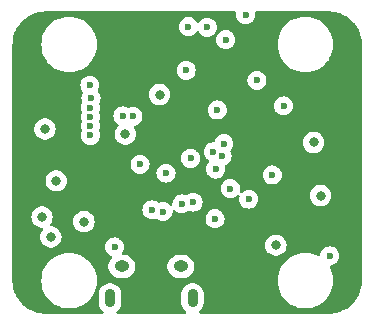
<source format=gbr>
%TF.GenerationSoftware,KiCad,Pcbnew,8.0.6*%
%TF.CreationDate,2025-01-28T20:51:36+01:00*%
%TF.ProjectId,Flight controller goated,466c6967-6874-4206-936f-6e74726f6c6c,rev?*%
%TF.SameCoordinates,Original*%
%TF.FileFunction,Copper,L2,Inr*%
%TF.FilePolarity,Positive*%
%FSLAX46Y46*%
G04 Gerber Fmt 4.6, Leading zero omitted, Abs format (unit mm)*
G04 Created by KiCad (PCBNEW 8.0.6) date 2025-01-28 20:51:36*
%MOMM*%
%LPD*%
G01*
G04 APERTURE LIST*
%TA.AperFunction,ComponentPad*%
%ADD10O,0.890000X1.550000*%
%TD*%
%TA.AperFunction,ComponentPad*%
%ADD11O,1.250000X0.950000*%
%TD*%
%TA.AperFunction,ViaPad*%
%ADD12C,0.800000*%
%TD*%
%TA.AperFunction,ViaPad*%
%ADD13C,0.600000*%
%TD*%
%ADD14C,0.350000*%
%ADD15C,0.300000*%
%ADD16O,0.500000X1.150000*%
%ADD17O,0.850000X0.550000*%
G04 APERTURE END LIST*
D10*
%TO.N,GND*%
%TO.C,J1*%
X76450000Y-114500000D03*
D11*
X77450000Y-111800000D03*
X82450000Y-111800000D03*
D10*
X83450000Y-114500000D03*
%TD*%
D12*
%TO.N,GND*%
X80650000Y-97250000D03*
D13*
X83275000Y-102650000D03*
X91150000Y-98200000D03*
X85350000Y-107750000D03*
D12*
X77750000Y-100600000D03*
X71904310Y-104550000D03*
D13*
X86250000Y-92600000D03*
D12*
X71450000Y-109300000D03*
X94299327Y-105797501D03*
%TO.N,VBAT*%
X70700000Y-107600000D03*
X90500000Y-110000000D03*
%TO.N,5Vbuck*%
X70950000Y-100150000D03*
X74250000Y-108000000D03*
D13*
%TO.N,3V3*%
X80900000Y-108250000D03*
X87850000Y-113400000D03*
X83200000Y-110250000D03*
X76500000Y-91850000D03*
X91050000Y-102000000D03*
X88800000Y-93400000D03*
%TO.N,VBAT_detect*%
X85950000Y-102450000D03*
X88200000Y-106100000D03*
%TO.N,NRST*%
X85550000Y-98550000D03*
%TO.N,LED0*%
X88900000Y-96050000D03*
%TO.N,M3*%
X74800000Y-99150000D03*
%TO.N,M1*%
X74800000Y-100700000D03*
%TO.N,M2*%
X74800000Y-99900000D03*
%TO.N,CURR*%
X74850000Y-97550000D03*
X86100000Y-101400000D03*
%TO.N,UART5_RX*%
X74750000Y-96460000D03*
%TO.N,M4*%
X74800000Y-98350000D03*
%TO.N,UART2_RX*%
X86650000Y-105200000D03*
%TO.N,UART2_TX*%
X90200000Y-104050000D03*
%TO.N,usb-D-*%
X77550000Y-99050000D03*
X80000000Y-107000000D03*
%TO.N,usb-D+*%
X78400000Y-99100000D03*
X80950000Y-107150000D03*
%TO.N,BOOT*%
X87950000Y-90500000D03*
%TO.N,UART1_TX*%
X83100000Y-91500000D03*
%TO.N,UART1_RX*%
X84700000Y-91550000D03*
%TO.N,SPI2_SDO*%
X76840452Y-110150000D03*
X79000000Y-103150000D03*
%TO.N,INT_GYRO*%
X85200000Y-102100000D03*
%TO.N,CS_Gyro*%
X81200000Y-103900000D03*
%TO.N,SPI1_SCLK*%
X83500000Y-106350000D03*
%TO.N,SPI1_SDI*%
X82550000Y-106500000D03*
%TO.N,SPI1_SDO*%
X85400000Y-103550000D03*
D12*
%TO.N,12V*%
X93700000Y-101300000D03*
D13*
X95050000Y-110900000D03*
%TO.N,LED1*%
X82900000Y-95200000D03*
%TD*%
%TA.AperFunction,Conductor*%
%TO.N,3V3*%
G36*
X87106463Y-90220185D02*
G01*
X87152218Y-90272989D01*
X87162644Y-90338383D01*
X87144435Y-90499996D01*
X87144435Y-90500003D01*
X87164630Y-90679249D01*
X87164631Y-90679254D01*
X87224211Y-90849523D01*
X87268611Y-90920184D01*
X87320184Y-91002262D01*
X87447738Y-91129816D01*
X87516113Y-91172779D01*
X87560192Y-91200476D01*
X87600478Y-91225789D01*
X87667789Y-91249342D01*
X87770745Y-91285368D01*
X87770750Y-91285369D01*
X87949996Y-91305565D01*
X87950000Y-91305565D01*
X87950004Y-91305565D01*
X88129249Y-91285369D01*
X88129252Y-91285368D01*
X88129255Y-91285368D01*
X88299522Y-91225789D01*
X88452262Y-91129816D01*
X88579816Y-91002262D01*
X88675789Y-90849522D01*
X88735368Y-90679255D01*
X88737018Y-90664611D01*
X88755565Y-90500003D01*
X88755565Y-90499996D01*
X88737356Y-90338383D01*
X88749411Y-90269561D01*
X88796760Y-90218182D01*
X88860576Y-90200500D01*
X94960118Y-90200500D01*
X94996519Y-90200500D01*
X95003472Y-90200695D01*
X95306503Y-90217713D01*
X95320301Y-90219267D01*
X95616080Y-90269522D01*
X95629634Y-90272615D01*
X95766864Y-90312151D01*
X95917927Y-90355672D01*
X95931051Y-90360265D01*
X96208222Y-90475072D01*
X96220744Y-90481101D01*
X96423184Y-90592986D01*
X96483328Y-90626227D01*
X96495102Y-90633625D01*
X96538770Y-90664609D01*
X96739789Y-90807239D01*
X96750653Y-90815904D01*
X96759454Y-90823769D01*
X96974352Y-91015815D01*
X96984184Y-91025647D01*
X97125185Y-91183426D01*
X97163043Y-91225789D01*
X97184092Y-91249342D01*
X97192763Y-91260214D01*
X97366374Y-91504897D01*
X97373772Y-91516671D01*
X97518894Y-91779248D01*
X97524927Y-91791777D01*
X97639734Y-92068948D01*
X97644327Y-92082072D01*
X97727383Y-92370363D01*
X97730477Y-92383920D01*
X97780730Y-92679688D01*
X97782287Y-92693506D01*
X97799305Y-92996527D01*
X97799500Y-93003480D01*
X97799500Y-112996519D01*
X97799305Y-113003472D01*
X97782287Y-113306493D01*
X97780730Y-113320311D01*
X97730477Y-113616079D01*
X97727383Y-113629636D01*
X97644327Y-113917927D01*
X97639734Y-113931051D01*
X97524927Y-114208222D01*
X97518894Y-114220751D01*
X97373772Y-114483328D01*
X97366374Y-114495102D01*
X97192763Y-114739785D01*
X97184092Y-114750657D01*
X96984184Y-114974352D01*
X96974352Y-114984184D01*
X96750657Y-115184092D01*
X96739785Y-115192763D01*
X96495102Y-115366374D01*
X96483328Y-115373772D01*
X96220751Y-115518894D01*
X96208222Y-115524927D01*
X95931051Y-115639734D01*
X95917927Y-115644327D01*
X95629636Y-115727383D01*
X95616079Y-115730477D01*
X95320311Y-115780730D01*
X95306493Y-115782287D01*
X95003472Y-115799305D01*
X94996519Y-115799500D01*
X84109669Y-115799500D01*
X84042630Y-115779815D01*
X83996875Y-115727011D01*
X83986931Y-115657853D01*
X84015956Y-115594297D01*
X84040780Y-115572397D01*
X84046559Y-115568535D01*
X84052721Y-115564418D01*
X84184418Y-115432721D01*
X84287891Y-115277862D01*
X84359165Y-115105792D01*
X84395500Y-114923124D01*
X84395500Y-114076876D01*
X84395500Y-114076873D01*
X84395499Y-114076871D01*
X84390945Y-114053979D01*
X84359165Y-113894208D01*
X84287891Y-113722138D01*
X84287890Y-113722136D01*
X84287890Y-113722135D01*
X84184421Y-113567283D01*
X84184415Y-113567275D01*
X84052724Y-113435584D01*
X84052716Y-113435578D01*
X83897864Y-113332109D01*
X83725792Y-113260835D01*
X83725784Y-113260833D01*
X83543127Y-113224500D01*
X83543124Y-113224500D01*
X83356876Y-113224500D01*
X83356873Y-113224500D01*
X83174215Y-113260833D01*
X83174207Y-113260835D01*
X83002136Y-113332109D01*
X83002135Y-113332109D01*
X82847283Y-113435578D01*
X82847275Y-113435584D01*
X82715584Y-113567275D01*
X82715578Y-113567283D01*
X82612109Y-113722135D01*
X82612109Y-113722136D01*
X82540835Y-113894207D01*
X82540833Y-113894215D01*
X82504500Y-114076871D01*
X82504500Y-114923128D01*
X82540833Y-115105784D01*
X82540835Y-115105792D01*
X82612109Y-115277863D01*
X82612109Y-115277864D01*
X82715578Y-115432716D01*
X82715584Y-115432724D01*
X82847275Y-115564415D01*
X82847280Y-115564419D01*
X82859220Y-115572397D01*
X82904026Y-115626008D01*
X82912735Y-115695333D01*
X82882581Y-115758361D01*
X82823139Y-115795081D01*
X82790331Y-115799500D01*
X77109669Y-115799500D01*
X77042630Y-115779815D01*
X76996875Y-115727011D01*
X76986931Y-115657853D01*
X77015956Y-115594297D01*
X77040780Y-115572397D01*
X77046559Y-115568535D01*
X77052721Y-115564418D01*
X77184418Y-115432721D01*
X77287891Y-115277862D01*
X77359165Y-115105792D01*
X77395500Y-114923124D01*
X77395500Y-114076876D01*
X77395500Y-114076873D01*
X77395499Y-114076871D01*
X77390945Y-114053979D01*
X77359165Y-113894208D01*
X77287891Y-113722138D01*
X77287890Y-113722136D01*
X77287890Y-113722135D01*
X77184421Y-113567283D01*
X77184415Y-113567275D01*
X77052724Y-113435584D01*
X77052716Y-113435578D01*
X76897864Y-113332109D01*
X76725792Y-113260835D01*
X76725784Y-113260833D01*
X76543127Y-113224500D01*
X76543124Y-113224500D01*
X76356876Y-113224500D01*
X76356873Y-113224500D01*
X76174215Y-113260833D01*
X76174207Y-113260835D01*
X76002136Y-113332109D01*
X76002135Y-113332109D01*
X75847283Y-113435578D01*
X75847275Y-113435584D01*
X75715584Y-113567275D01*
X75715578Y-113567283D01*
X75612109Y-113722135D01*
X75612109Y-113722136D01*
X75540835Y-113894207D01*
X75540833Y-113894215D01*
X75504500Y-114076871D01*
X75504500Y-114923128D01*
X75540833Y-115105784D01*
X75540835Y-115105792D01*
X75612109Y-115277863D01*
X75612109Y-115277864D01*
X75715578Y-115432716D01*
X75715584Y-115432724D01*
X75847275Y-115564415D01*
X75847280Y-115564419D01*
X75859220Y-115572397D01*
X75904026Y-115626008D01*
X75912735Y-115695333D01*
X75882581Y-115758361D01*
X75823139Y-115795081D01*
X75790331Y-115799500D01*
X71003481Y-115799500D01*
X70996528Y-115799305D01*
X70693506Y-115782287D01*
X70679688Y-115780730D01*
X70383920Y-115730477D01*
X70370363Y-115727383D01*
X70082072Y-115644327D01*
X70068948Y-115639734D01*
X69791777Y-115524927D01*
X69779248Y-115518894D01*
X69516671Y-115373772D01*
X69504897Y-115366374D01*
X69260214Y-115192763D01*
X69249342Y-115184092D01*
X69240553Y-115176238D01*
X69161716Y-115105784D01*
X69025647Y-114984184D01*
X69015815Y-114974352D01*
X68815907Y-114750657D01*
X68807236Y-114739785D01*
X68754613Y-114665620D01*
X68633625Y-114495102D01*
X68626227Y-114483328D01*
X68481105Y-114220751D01*
X68475072Y-114208222D01*
X68360265Y-113931051D01*
X68355672Y-113917927D01*
X68272616Y-113629636D01*
X68269522Y-113616079D01*
X68238855Y-113435584D01*
X68219267Y-113320301D01*
X68217713Y-113306503D01*
X68200695Y-113003472D01*
X68200598Y-113000000D01*
X70644457Y-113000000D01*
X70664609Y-113307458D01*
X70664611Y-113307470D01*
X70724718Y-113609651D01*
X70724723Y-113609671D01*
X70823758Y-113901419D01*
X70823762Y-113901429D01*
X70960037Y-114177767D01*
X70960041Y-114177774D01*
X71131212Y-114433951D01*
X71131218Y-114433958D01*
X71131222Y-114433964D01*
X71184839Y-114495102D01*
X71334379Y-114665620D01*
X71442616Y-114760540D01*
X71566036Y-114868778D01*
X71566042Y-114868782D01*
X71566048Y-114868787D01*
X71822225Y-115039958D01*
X71822232Y-115039962D01*
X72098570Y-115176237D01*
X72098580Y-115176241D01*
X72390328Y-115275276D01*
X72390332Y-115275277D01*
X72390341Y-115275280D01*
X72692540Y-115335391D01*
X73000000Y-115355543D01*
X73307460Y-115335391D01*
X73609659Y-115275280D01*
X73636405Y-115266201D01*
X73901419Y-115176241D01*
X73901429Y-115176237D01*
X74177772Y-115039960D01*
X74433964Y-114868778D01*
X74665620Y-114665620D01*
X74868778Y-114433964D01*
X75039960Y-114177772D01*
X75176238Y-113901427D01*
X75200659Y-113829487D01*
X75275276Y-113609671D01*
X75275276Y-113609670D01*
X75275280Y-113609659D01*
X75335391Y-113307460D01*
X75355543Y-113000000D01*
X90644457Y-113000000D01*
X90664609Y-113307458D01*
X90664611Y-113307470D01*
X90724718Y-113609651D01*
X90724723Y-113609671D01*
X90823758Y-113901419D01*
X90823762Y-113901429D01*
X90960037Y-114177767D01*
X90960041Y-114177774D01*
X91131212Y-114433951D01*
X91131218Y-114433958D01*
X91131222Y-114433964D01*
X91184839Y-114495102D01*
X91334379Y-114665620D01*
X91442616Y-114760540D01*
X91566036Y-114868778D01*
X91566042Y-114868782D01*
X91566048Y-114868787D01*
X91822225Y-115039958D01*
X91822232Y-115039962D01*
X92098570Y-115176237D01*
X92098580Y-115176241D01*
X92390328Y-115275276D01*
X92390332Y-115275277D01*
X92390341Y-115275280D01*
X92692540Y-115335391D01*
X93000000Y-115355543D01*
X93307460Y-115335391D01*
X93609659Y-115275280D01*
X93636405Y-115266201D01*
X93901419Y-115176241D01*
X93901429Y-115176237D01*
X94177772Y-115039960D01*
X94433964Y-114868778D01*
X94665620Y-114665620D01*
X94868778Y-114433964D01*
X95039960Y-114177772D01*
X95176238Y-113901427D01*
X95200659Y-113829487D01*
X95275276Y-113609671D01*
X95275276Y-113609670D01*
X95275280Y-113609659D01*
X95335391Y-113307460D01*
X95355543Y-113000000D01*
X95335391Y-112692540D01*
X95275280Y-112390341D01*
X95176238Y-112098573D01*
X95064049Y-111871077D01*
X95052053Y-111802248D01*
X95079175Y-111737857D01*
X95136803Y-111698351D01*
X95161379Y-111693016D01*
X95229249Y-111685369D01*
X95229252Y-111685368D01*
X95229255Y-111685368D01*
X95399522Y-111625789D01*
X95552262Y-111529816D01*
X95679816Y-111402262D01*
X95775789Y-111249522D01*
X95835368Y-111079255D01*
X95848800Y-110960041D01*
X95855565Y-110900003D01*
X95855565Y-110899996D01*
X95835369Y-110720750D01*
X95835368Y-110720745D01*
X95775788Y-110550476D01*
X95679815Y-110397737D01*
X95552262Y-110270184D01*
X95399523Y-110174211D01*
X95229254Y-110114631D01*
X95229249Y-110114630D01*
X95050004Y-110094435D01*
X95049996Y-110094435D01*
X94870750Y-110114630D01*
X94870745Y-110114631D01*
X94700476Y-110174211D01*
X94547737Y-110270184D01*
X94420184Y-110397737D01*
X94324211Y-110550476D01*
X94264631Y-110720745D01*
X94264630Y-110720749D01*
X94254278Y-110812629D01*
X94227211Y-110877043D01*
X94169616Y-110916598D01*
X94099779Y-110918735D01*
X94076214Y-110909957D01*
X93901429Y-110823762D01*
X93901419Y-110823758D01*
X93609671Y-110724723D01*
X93609651Y-110724718D01*
X93307470Y-110664611D01*
X93307460Y-110664609D01*
X93000000Y-110644457D01*
X92692540Y-110664609D01*
X92692534Y-110664610D01*
X92692529Y-110664611D01*
X92390348Y-110724718D01*
X92390333Y-110724722D01*
X92098577Y-110823760D01*
X92098556Y-110823769D01*
X91822238Y-110960034D01*
X91822223Y-110960043D01*
X91566034Y-111131223D01*
X91334379Y-111334379D01*
X91131223Y-111566034D01*
X90960043Y-111822223D01*
X90960034Y-111822238D01*
X90823769Y-112098556D01*
X90823760Y-112098577D01*
X90724722Y-112390333D01*
X90724718Y-112390348D01*
X90664611Y-112692529D01*
X90664609Y-112692541D01*
X90644457Y-113000000D01*
X75355543Y-113000000D01*
X75335391Y-112692540D01*
X75275280Y-112390341D01*
X75176238Y-112098573D01*
X75176230Y-112098556D01*
X75039965Y-111822238D01*
X75039956Y-111822223D01*
X75026609Y-111802248D01*
X74868778Y-111566036D01*
X74824267Y-111515281D01*
X74665620Y-111334379D01*
X74542200Y-111226142D01*
X74433964Y-111131222D01*
X74433958Y-111131218D01*
X74433951Y-111131212D01*
X74177774Y-110960041D01*
X74177767Y-110960037D01*
X73901429Y-110823762D01*
X73901419Y-110823758D01*
X73609671Y-110724723D01*
X73609651Y-110724718D01*
X73307470Y-110664611D01*
X73307460Y-110664609D01*
X73000000Y-110644457D01*
X72692540Y-110664609D01*
X72692534Y-110664610D01*
X72692529Y-110664611D01*
X72390348Y-110724718D01*
X72390333Y-110724722D01*
X72098577Y-110823760D01*
X72098556Y-110823769D01*
X71822238Y-110960034D01*
X71822223Y-110960043D01*
X71566034Y-111131223D01*
X71334379Y-111334379D01*
X71131223Y-111566034D01*
X70960043Y-111822223D01*
X70960034Y-111822238D01*
X70823769Y-112098556D01*
X70823760Y-112098577D01*
X70724722Y-112390333D01*
X70724718Y-112390348D01*
X70664611Y-112692529D01*
X70664609Y-112692541D01*
X70644457Y-113000000D01*
X68200598Y-113000000D01*
X68200500Y-112996519D01*
X68200500Y-107600000D01*
X69794540Y-107600000D01*
X69814326Y-107788256D01*
X69814327Y-107788259D01*
X69872818Y-107968277D01*
X69872821Y-107968284D01*
X69967467Y-108132216D01*
X70075557Y-108252262D01*
X70094129Y-108272888D01*
X70247265Y-108384148D01*
X70247270Y-108384151D01*
X70420192Y-108461142D01*
X70420197Y-108461144D01*
X70605354Y-108500500D01*
X70605355Y-108500500D01*
X70679622Y-108500500D01*
X70746661Y-108520185D01*
X70792416Y-108572989D01*
X70802360Y-108642147D01*
X70773335Y-108705703D01*
X70771772Y-108707472D01*
X70717466Y-108767785D01*
X70622821Y-108931715D01*
X70622818Y-108931722D01*
X70568304Y-109099500D01*
X70564326Y-109111744D01*
X70544540Y-109300000D01*
X70564326Y-109488256D01*
X70564327Y-109488259D01*
X70622818Y-109668277D01*
X70622821Y-109668284D01*
X70717467Y-109832216D01*
X70842199Y-109970745D01*
X70844129Y-109972888D01*
X70997265Y-110084148D01*
X70997270Y-110084151D01*
X71170192Y-110161142D01*
X71170197Y-110161144D01*
X71355354Y-110200500D01*
X71355355Y-110200500D01*
X71544644Y-110200500D01*
X71544646Y-110200500D01*
X71729803Y-110161144D01*
X71754842Y-110149996D01*
X76034887Y-110149996D01*
X76034887Y-110150003D01*
X76055082Y-110329249D01*
X76055083Y-110329254D01*
X76114663Y-110499523D01*
X76199493Y-110634528D01*
X76210636Y-110652262D01*
X76338190Y-110779816D01*
X76490930Y-110875789D01*
X76560121Y-110900000D01*
X76566686Y-110902297D01*
X76623462Y-110943019D01*
X76649210Y-111007971D01*
X76635754Y-111076533D01*
X76613414Y-111107020D01*
X76542279Y-111178155D01*
X76435521Y-111337929D01*
X76435520Y-111337931D01*
X76361989Y-111515452D01*
X76361986Y-111515464D01*
X76324500Y-111703917D01*
X76324500Y-111896082D01*
X76361986Y-112084535D01*
X76361989Y-112084547D01*
X76435520Y-112262068D01*
X76435521Y-112262070D01*
X76542279Y-112421844D01*
X76542282Y-112421848D01*
X76678151Y-112557717D01*
X76678155Y-112557720D01*
X76837927Y-112664477D01*
X76837928Y-112664477D01*
X76837929Y-112664478D01*
X76837931Y-112664479D01*
X76978145Y-112722557D01*
X77015457Y-112738012D01*
X77203917Y-112775499D01*
X77203920Y-112775500D01*
X77203922Y-112775500D01*
X77696080Y-112775500D01*
X77696081Y-112775499D01*
X77884543Y-112738012D01*
X78062073Y-112664477D01*
X78221845Y-112557720D01*
X78357720Y-112421845D01*
X78464477Y-112262073D01*
X78538012Y-112084543D01*
X78575500Y-111896078D01*
X78575500Y-111703922D01*
X78575500Y-111703919D01*
X78575499Y-111703917D01*
X81324500Y-111703917D01*
X81324500Y-111896082D01*
X81361986Y-112084535D01*
X81361989Y-112084547D01*
X81435520Y-112262068D01*
X81435521Y-112262070D01*
X81542279Y-112421844D01*
X81542282Y-112421848D01*
X81678151Y-112557717D01*
X81678155Y-112557720D01*
X81837927Y-112664477D01*
X81837928Y-112664477D01*
X81837929Y-112664478D01*
X81837931Y-112664479D01*
X81978145Y-112722557D01*
X82015457Y-112738012D01*
X82203917Y-112775499D01*
X82203920Y-112775500D01*
X82203922Y-112775500D01*
X82696080Y-112775500D01*
X82696081Y-112775499D01*
X82884543Y-112738012D01*
X83062073Y-112664477D01*
X83221845Y-112557720D01*
X83357720Y-112421845D01*
X83464477Y-112262073D01*
X83538012Y-112084543D01*
X83575500Y-111896078D01*
X83575500Y-111703922D01*
X83575500Y-111703919D01*
X83575499Y-111703917D01*
X83559958Y-111625788D01*
X83538012Y-111515457D01*
X83538010Y-111515452D01*
X83464479Y-111337931D01*
X83464478Y-111337929D01*
X83357720Y-111178155D01*
X83357717Y-111178151D01*
X83221848Y-111042282D01*
X83221844Y-111042279D01*
X83062070Y-110935521D01*
X83062068Y-110935520D01*
X82884547Y-110861989D01*
X82884535Y-110861986D01*
X82696081Y-110824500D01*
X82696078Y-110824500D01*
X82203922Y-110824500D01*
X82203919Y-110824500D01*
X82015464Y-110861986D01*
X82015452Y-110861989D01*
X81837931Y-110935520D01*
X81837929Y-110935521D01*
X81678155Y-111042279D01*
X81678151Y-111042282D01*
X81542282Y-111178151D01*
X81542279Y-111178155D01*
X81435521Y-111337929D01*
X81435520Y-111337931D01*
X81361989Y-111515452D01*
X81361986Y-111515464D01*
X81324500Y-111703917D01*
X78575499Y-111703917D01*
X78559958Y-111625788D01*
X78538012Y-111515457D01*
X78538010Y-111515452D01*
X78464479Y-111337931D01*
X78464478Y-111337929D01*
X78357720Y-111178155D01*
X78357717Y-111178151D01*
X78221848Y-111042282D01*
X78221844Y-111042279D01*
X78062070Y-110935521D01*
X78062068Y-110935520D01*
X77884547Y-110861989D01*
X77884535Y-110861986D01*
X77696081Y-110824500D01*
X77696078Y-110824500D01*
X77586405Y-110824500D01*
X77519366Y-110804815D01*
X77473611Y-110752011D01*
X77463667Y-110682853D01*
X77481411Y-110634528D01*
X77566240Y-110499523D01*
X77566241Y-110499522D01*
X77625820Y-110329255D01*
X77640327Y-110200500D01*
X77646017Y-110150003D01*
X77646017Y-110149996D01*
X77629117Y-110000000D01*
X89594540Y-110000000D01*
X89614326Y-110188256D01*
X89614327Y-110188259D01*
X89672818Y-110368277D01*
X89672821Y-110368284D01*
X89767467Y-110532216D01*
X89868530Y-110644457D01*
X89894129Y-110672888D01*
X90047265Y-110784148D01*
X90047270Y-110784151D01*
X90220192Y-110861142D01*
X90220197Y-110861144D01*
X90405354Y-110900500D01*
X90405355Y-110900500D01*
X90594644Y-110900500D01*
X90594646Y-110900500D01*
X90779803Y-110861144D01*
X90952730Y-110784151D01*
X91105871Y-110672888D01*
X91232533Y-110532216D01*
X91327179Y-110368284D01*
X91385674Y-110188256D01*
X91405460Y-110000000D01*
X91385674Y-109811744D01*
X91327179Y-109631716D01*
X91232533Y-109467784D01*
X91105871Y-109327112D01*
X91105870Y-109327111D01*
X90952734Y-109215851D01*
X90952729Y-109215848D01*
X90779807Y-109138857D01*
X90779802Y-109138855D01*
X90634001Y-109107865D01*
X90594646Y-109099500D01*
X90405354Y-109099500D01*
X90372897Y-109106398D01*
X90220197Y-109138855D01*
X90220192Y-109138857D01*
X90047270Y-109215848D01*
X90047265Y-109215851D01*
X89894129Y-109327111D01*
X89767466Y-109467785D01*
X89672821Y-109631715D01*
X89672818Y-109631722D01*
X89614327Y-109811740D01*
X89614326Y-109811744D01*
X89594540Y-110000000D01*
X77629117Y-110000000D01*
X77625821Y-109970750D01*
X77625820Y-109970745D01*
X77566241Y-109800478D01*
X77470268Y-109647738D01*
X77342714Y-109520184D01*
X77259322Y-109467785D01*
X77189975Y-109424211D01*
X77019706Y-109364631D01*
X77019701Y-109364630D01*
X76840456Y-109344435D01*
X76840448Y-109344435D01*
X76661202Y-109364630D01*
X76661197Y-109364631D01*
X76490928Y-109424211D01*
X76338189Y-109520184D01*
X76210636Y-109647737D01*
X76114663Y-109800476D01*
X76055083Y-109970745D01*
X76055082Y-109970750D01*
X76034887Y-110149996D01*
X71754842Y-110149996D01*
X71902730Y-110084151D01*
X72055871Y-109972888D01*
X72182533Y-109832216D01*
X72277179Y-109668284D01*
X72335674Y-109488256D01*
X72355460Y-109300000D01*
X72335674Y-109111744D01*
X72277179Y-108931716D01*
X72182533Y-108767784D01*
X72055871Y-108627112D01*
X72055870Y-108627111D01*
X71902734Y-108515851D01*
X71902729Y-108515848D01*
X71729807Y-108438857D01*
X71729802Y-108438855D01*
X71584001Y-108407865D01*
X71544646Y-108399500D01*
X71470378Y-108399500D01*
X71403339Y-108379815D01*
X71357584Y-108327011D01*
X71347640Y-108257853D01*
X71376665Y-108194297D01*
X71378228Y-108192528D01*
X71386509Y-108183330D01*
X71432533Y-108132216D01*
X71508868Y-108000000D01*
X73344540Y-108000000D01*
X73364326Y-108188256D01*
X73364327Y-108188259D01*
X73422818Y-108368277D01*
X73422821Y-108368284D01*
X73517467Y-108532216D01*
X73602911Y-108627111D01*
X73644129Y-108672888D01*
X73797265Y-108784148D01*
X73797270Y-108784151D01*
X73970192Y-108861142D01*
X73970197Y-108861144D01*
X74155354Y-108900500D01*
X74155355Y-108900500D01*
X74344644Y-108900500D01*
X74344646Y-108900500D01*
X74529803Y-108861144D01*
X74702730Y-108784151D01*
X74855871Y-108672888D01*
X74982533Y-108532216D01*
X75077179Y-108368284D01*
X75135674Y-108188256D01*
X75155460Y-108000000D01*
X75135674Y-107811744D01*
X75077179Y-107631716D01*
X74982533Y-107467784D01*
X74855871Y-107327112D01*
X74855870Y-107327111D01*
X74702734Y-107215851D01*
X74702729Y-107215848D01*
X74529807Y-107138857D01*
X74529802Y-107138855D01*
X74384001Y-107107865D01*
X74344646Y-107099500D01*
X74155354Y-107099500D01*
X74122897Y-107106398D01*
X73970197Y-107138855D01*
X73970192Y-107138857D01*
X73797270Y-107215848D01*
X73797265Y-107215851D01*
X73644129Y-107327111D01*
X73517466Y-107467785D01*
X73422821Y-107631715D01*
X73422818Y-107631722D01*
X73364327Y-107811740D01*
X73364326Y-107811744D01*
X73344540Y-108000000D01*
X71508868Y-108000000D01*
X71527179Y-107968284D01*
X71585674Y-107788256D01*
X71605460Y-107600000D01*
X71585674Y-107411744D01*
X71527179Y-107231716D01*
X71432533Y-107067784D01*
X71371496Y-106999996D01*
X79194435Y-106999996D01*
X79194435Y-107000003D01*
X79214630Y-107179249D01*
X79214631Y-107179254D01*
X79274211Y-107349523D01*
X79348520Y-107467784D01*
X79370184Y-107502262D01*
X79497738Y-107629816D01*
X79650478Y-107725789D01*
X79804878Y-107779816D01*
X79820745Y-107785368D01*
X79820750Y-107785369D01*
X79999996Y-107805565D01*
X80000000Y-107805565D01*
X80000004Y-107805565D01*
X80179249Y-107785369D01*
X80179252Y-107785368D01*
X80179255Y-107785368D01*
X80179256Y-107785367D01*
X80179259Y-107785367D01*
X80226884Y-107768701D01*
X80308715Y-107740067D01*
X80378492Y-107736505D01*
X80437350Y-107769428D01*
X80447738Y-107779816D01*
X80600478Y-107875789D01*
X80753258Y-107929249D01*
X80770745Y-107935368D01*
X80770750Y-107935369D01*
X80949996Y-107955565D01*
X80950000Y-107955565D01*
X80950004Y-107955565D01*
X81129249Y-107935369D01*
X81129252Y-107935368D01*
X81129255Y-107935368D01*
X81299522Y-107875789D01*
X81452262Y-107779816D01*
X81482082Y-107749996D01*
X84544435Y-107749996D01*
X84544435Y-107750003D01*
X84564630Y-107929249D01*
X84564631Y-107929254D01*
X84624211Y-108099523D01*
X84683762Y-108194297D01*
X84720184Y-108252262D01*
X84847738Y-108379816D01*
X84879065Y-108399500D01*
X84977170Y-108461144D01*
X85000478Y-108475789D01*
X85161731Y-108532214D01*
X85170745Y-108535368D01*
X85170750Y-108535369D01*
X85349996Y-108555565D01*
X85350000Y-108555565D01*
X85350004Y-108555565D01*
X85529249Y-108535369D01*
X85529252Y-108535368D01*
X85529255Y-108535368D01*
X85699522Y-108475789D01*
X85852262Y-108379816D01*
X85979816Y-108252262D01*
X86075789Y-108099522D01*
X86135368Y-107929255D01*
X86141392Y-107875789D01*
X86155565Y-107750003D01*
X86155565Y-107749996D01*
X86135369Y-107570750D01*
X86135368Y-107570745D01*
X86079731Y-107411744D01*
X86075789Y-107400478D01*
X85979816Y-107247738D01*
X85852262Y-107120184D01*
X85797771Y-107085945D01*
X85699523Y-107024211D01*
X85529254Y-106964631D01*
X85529249Y-106964630D01*
X85350004Y-106944435D01*
X85349996Y-106944435D01*
X85170750Y-106964630D01*
X85170745Y-106964631D01*
X85000476Y-107024211D01*
X84847737Y-107120184D01*
X84720184Y-107247737D01*
X84624211Y-107400476D01*
X84564631Y-107570745D01*
X84564630Y-107570750D01*
X84544435Y-107749996D01*
X81482082Y-107749996D01*
X81579816Y-107652262D01*
X81675789Y-107499522D01*
X81735368Y-107329255D01*
X81735369Y-107329249D01*
X81755565Y-107150003D01*
X81755565Y-107143036D01*
X81756821Y-107143036D01*
X81767632Y-107081303D01*
X81814980Y-107029923D01*
X81882590Y-107012297D01*
X81948996Y-107034022D01*
X81966480Y-107048558D01*
X82047738Y-107129816D01*
X82126410Y-107179249D01*
X82184661Y-107215851D01*
X82200478Y-107225789D01*
X82217434Y-107231722D01*
X82370745Y-107285368D01*
X82370750Y-107285369D01*
X82549996Y-107305565D01*
X82550000Y-107305565D01*
X82550004Y-107305565D01*
X82729249Y-107285369D01*
X82729252Y-107285368D01*
X82729255Y-107285368D01*
X82899522Y-107225789D01*
X83052262Y-107129816D01*
X83062646Y-107119432D01*
X83123968Y-107085945D01*
X83191285Y-107090068D01*
X83320745Y-107135368D01*
X83320750Y-107135369D01*
X83499996Y-107155565D01*
X83500000Y-107155565D01*
X83500004Y-107155565D01*
X83679249Y-107135369D01*
X83679252Y-107135368D01*
X83679255Y-107135368D01*
X83849522Y-107075789D01*
X84002262Y-106979816D01*
X84129816Y-106852262D01*
X84225789Y-106699522D01*
X84285368Y-106529255D01*
X84287880Y-106506964D01*
X84305565Y-106350003D01*
X84305565Y-106349996D01*
X84285369Y-106170750D01*
X84285368Y-106170745D01*
X84225788Y-106000476D01*
X84178858Y-105925788D01*
X84129816Y-105847738D01*
X84002262Y-105720184D01*
X83993426Y-105714632D01*
X83849523Y-105624211D01*
X83679254Y-105564631D01*
X83679249Y-105564630D01*
X83500004Y-105544435D01*
X83499996Y-105544435D01*
X83320750Y-105564630D01*
X83320745Y-105564631D01*
X83150476Y-105624211D01*
X82997735Y-105720185D01*
X82987344Y-105730576D01*
X82926018Y-105764057D01*
X82858714Y-105759931D01*
X82729257Y-105714632D01*
X82729249Y-105714630D01*
X82550004Y-105694435D01*
X82549996Y-105694435D01*
X82370750Y-105714630D01*
X82370745Y-105714631D01*
X82200476Y-105774211D01*
X82047737Y-105870184D01*
X81920184Y-105997737D01*
X81824211Y-106150476D01*
X81764631Y-106320745D01*
X81764630Y-106320750D01*
X81744435Y-106499996D01*
X81744435Y-106506964D01*
X81743182Y-106506964D01*
X81732360Y-106568710D01*
X81685005Y-106620084D01*
X81617393Y-106637702D01*
X81550990Y-106615968D01*
X81533519Y-106601441D01*
X81452262Y-106520184D01*
X81299523Y-106424211D01*
X81129254Y-106364631D01*
X81129249Y-106364630D01*
X80950004Y-106344435D01*
X80949996Y-106344435D01*
X80770750Y-106364630D01*
X80770745Y-106364631D01*
X80641285Y-106409932D01*
X80571506Y-106413493D01*
X80512649Y-106380571D01*
X80502262Y-106370184D01*
X80349523Y-106274211D01*
X80179254Y-106214631D01*
X80179249Y-106214630D01*
X80000004Y-106194435D01*
X79999996Y-106194435D01*
X79820750Y-106214630D01*
X79820745Y-106214631D01*
X79650476Y-106274211D01*
X79497737Y-106370184D01*
X79370184Y-106497737D01*
X79274211Y-106650476D01*
X79214631Y-106820745D01*
X79214630Y-106820750D01*
X79194435Y-106999996D01*
X71371496Y-106999996D01*
X71305871Y-106927112D01*
X71305870Y-106927111D01*
X71152734Y-106815851D01*
X71152729Y-106815848D01*
X70979807Y-106738857D01*
X70979802Y-106738855D01*
X70834001Y-106707865D01*
X70794646Y-106699500D01*
X70605354Y-106699500D01*
X70572897Y-106706398D01*
X70420197Y-106738855D01*
X70420192Y-106738857D01*
X70247270Y-106815848D01*
X70247265Y-106815851D01*
X70094129Y-106927111D01*
X69967466Y-107067785D01*
X69872821Y-107231715D01*
X69872818Y-107231722D01*
X69814327Y-107411740D01*
X69814326Y-107411744D01*
X69794540Y-107600000D01*
X68200500Y-107600000D01*
X68200500Y-104550000D01*
X70998850Y-104550000D01*
X71018636Y-104738256D01*
X71018637Y-104738259D01*
X71077128Y-104918277D01*
X71077131Y-104918284D01*
X71171777Y-105082216D01*
X71277833Y-105200003D01*
X71298439Y-105222888D01*
X71451575Y-105334148D01*
X71451580Y-105334151D01*
X71624502Y-105411142D01*
X71624507Y-105411144D01*
X71809664Y-105450500D01*
X71809665Y-105450500D01*
X71998954Y-105450500D01*
X71998956Y-105450500D01*
X72184113Y-105411144D01*
X72357040Y-105334151D01*
X72510181Y-105222888D01*
X72530793Y-105199996D01*
X85844435Y-105199996D01*
X85844435Y-105200003D01*
X85864630Y-105379249D01*
X85864631Y-105379254D01*
X85924211Y-105549523D01*
X85954507Y-105597738D01*
X86020184Y-105702262D01*
X86147738Y-105829816D01*
X86176259Y-105847737D01*
X86292450Y-105920745D01*
X86300478Y-105925789D01*
X86470745Y-105985368D01*
X86470750Y-105985369D01*
X86649996Y-106005565D01*
X86650000Y-106005565D01*
X86650004Y-106005565D01*
X86829249Y-105985369D01*
X86829252Y-105985368D01*
X86829255Y-105985368D01*
X86999522Y-105925789D01*
X87152262Y-105829816D01*
X87220644Y-105761433D01*
X87281963Y-105727951D01*
X87351655Y-105732935D01*
X87407589Y-105774806D01*
X87432006Y-105840270D01*
X87425364Y-105890069D01*
X87414634Y-105920735D01*
X87414630Y-105920750D01*
X87394435Y-106099996D01*
X87394435Y-106100003D01*
X87414630Y-106279249D01*
X87414631Y-106279254D01*
X87474211Y-106449523D01*
X87549102Y-106568710D01*
X87570184Y-106602262D01*
X87697738Y-106729816D01*
X87712127Y-106738857D01*
X87842450Y-106820745D01*
X87850478Y-106825789D01*
X88020745Y-106885368D01*
X88020750Y-106885369D01*
X88199996Y-106905565D01*
X88200000Y-106905565D01*
X88200004Y-106905565D01*
X88379249Y-106885369D01*
X88379252Y-106885368D01*
X88379255Y-106885368D01*
X88549522Y-106825789D01*
X88702262Y-106729816D01*
X88829816Y-106602262D01*
X88925789Y-106449522D01*
X88985368Y-106279255D01*
X88985369Y-106279249D01*
X89005565Y-106100003D01*
X89005565Y-106099996D01*
X88985369Y-105920750D01*
X88985368Y-105920745D01*
X88959821Y-105847737D01*
X88942243Y-105797501D01*
X93393867Y-105797501D01*
X93413653Y-105985757D01*
X93413654Y-105985760D01*
X93472145Y-106165778D01*
X93472148Y-106165785D01*
X93566794Y-106329717D01*
X93651877Y-106424211D01*
X93693456Y-106470389D01*
X93846592Y-106581649D01*
X93846597Y-106581652D01*
X94019519Y-106658643D01*
X94019524Y-106658645D01*
X94204681Y-106698001D01*
X94204682Y-106698001D01*
X94393971Y-106698001D01*
X94393973Y-106698001D01*
X94579130Y-106658645D01*
X94752057Y-106581652D01*
X94905198Y-106470389D01*
X95031860Y-106329717D01*
X95126506Y-106165785D01*
X95185001Y-105985757D01*
X95204787Y-105797501D01*
X95185001Y-105609245D01*
X95126506Y-105429217D01*
X95031860Y-105265285D01*
X94905198Y-105124613D01*
X94905197Y-105124612D01*
X94752061Y-105013352D01*
X94752056Y-105013349D01*
X94579134Y-104936358D01*
X94579129Y-104936356D01*
X94433328Y-104905366D01*
X94393973Y-104897001D01*
X94204681Y-104897001D01*
X94172224Y-104903899D01*
X94019524Y-104936356D01*
X94019519Y-104936358D01*
X93846597Y-105013349D01*
X93846592Y-105013352D01*
X93693456Y-105124612D01*
X93566793Y-105265286D01*
X93472148Y-105429216D01*
X93472145Y-105429223D01*
X93425739Y-105572048D01*
X93413653Y-105609245D01*
X93393867Y-105797501D01*
X88942243Y-105797501D01*
X88925789Y-105750478D01*
X88903265Y-105714632D01*
X88837046Y-105609245D01*
X88829816Y-105597738D01*
X88702262Y-105470184D01*
X88637073Y-105429223D01*
X88549523Y-105374211D01*
X88379254Y-105314631D01*
X88379249Y-105314630D01*
X88200004Y-105294435D01*
X88199996Y-105294435D01*
X88020750Y-105314630D01*
X88020745Y-105314631D01*
X87850476Y-105374211D01*
X87697739Y-105470183D01*
X87629358Y-105538564D01*
X87568034Y-105572048D01*
X87498343Y-105567063D01*
X87442409Y-105525192D01*
X87417993Y-105459727D01*
X87424636Y-105409926D01*
X87435367Y-105379259D01*
X87435369Y-105379249D01*
X87455565Y-105200003D01*
X87455565Y-105199996D01*
X87435369Y-105020750D01*
X87435368Y-105020745D01*
X87375788Y-104850476D01*
X87279815Y-104697737D01*
X87152262Y-104570184D01*
X86999523Y-104474211D01*
X86829254Y-104414631D01*
X86829249Y-104414630D01*
X86650004Y-104394435D01*
X86649996Y-104394435D01*
X86470750Y-104414630D01*
X86470745Y-104414631D01*
X86300476Y-104474211D01*
X86147737Y-104570184D01*
X86020184Y-104697737D01*
X85924211Y-104850476D01*
X85864631Y-105020745D01*
X85864630Y-105020750D01*
X85844435Y-105199996D01*
X72530793Y-105199996D01*
X72636843Y-105082216D01*
X72731489Y-104918284D01*
X72789984Y-104738256D01*
X72809770Y-104550000D01*
X72789984Y-104361744D01*
X72731489Y-104181716D01*
X72636843Y-104017784D01*
X72510181Y-103877112D01*
X72508359Y-103875788D01*
X72357044Y-103765851D01*
X72357039Y-103765848D01*
X72184117Y-103688857D01*
X72184112Y-103688855D01*
X72011950Y-103652262D01*
X71998956Y-103649500D01*
X71809664Y-103649500D01*
X71796670Y-103652262D01*
X71624507Y-103688855D01*
X71624502Y-103688857D01*
X71451580Y-103765848D01*
X71451575Y-103765851D01*
X71298439Y-103877111D01*
X71171776Y-104017785D01*
X71077131Y-104181715D01*
X71077128Y-104181722D01*
X71018637Y-104361740D01*
X71018636Y-104361744D01*
X70998850Y-104550000D01*
X68200500Y-104550000D01*
X68200500Y-103149996D01*
X78194435Y-103149996D01*
X78194435Y-103150003D01*
X78214630Y-103329249D01*
X78214631Y-103329254D01*
X78274211Y-103499523D01*
X78368449Y-103649500D01*
X78370184Y-103652262D01*
X78497738Y-103779816D01*
X78588080Y-103836582D01*
X78642450Y-103870745D01*
X78650478Y-103875789D01*
X78719678Y-103900003D01*
X78820745Y-103935368D01*
X78820750Y-103935369D01*
X78999996Y-103955565D01*
X79000000Y-103955565D01*
X79000004Y-103955565D01*
X79179249Y-103935369D01*
X79179252Y-103935368D01*
X79179255Y-103935368D01*
X79280342Y-103899996D01*
X80394435Y-103899996D01*
X80394435Y-103900003D01*
X80414630Y-104079249D01*
X80414631Y-104079254D01*
X80474211Y-104249523D01*
X80528152Y-104335369D01*
X80570184Y-104402262D01*
X80697738Y-104529816D01*
X80850478Y-104625789D01*
X81004878Y-104679816D01*
X81020745Y-104685368D01*
X81020750Y-104685369D01*
X81199996Y-104705565D01*
X81200000Y-104705565D01*
X81200004Y-104705565D01*
X81379249Y-104685369D01*
X81379252Y-104685368D01*
X81379255Y-104685368D01*
X81549522Y-104625789D01*
X81702262Y-104529816D01*
X81829816Y-104402262D01*
X81925789Y-104249522D01*
X81985368Y-104079255D01*
X81985369Y-104079249D01*
X82005565Y-103900003D01*
X82005565Y-103899996D01*
X81985369Y-103720750D01*
X81985368Y-103720745D01*
X81925788Y-103550476D01*
X81853461Y-103435369D01*
X81829816Y-103397738D01*
X81702262Y-103270184D01*
X81693426Y-103264632D01*
X81549523Y-103174211D01*
X81379254Y-103114631D01*
X81379249Y-103114630D01*
X81200004Y-103094435D01*
X81199996Y-103094435D01*
X81020750Y-103114630D01*
X81020745Y-103114631D01*
X80850476Y-103174211D01*
X80697737Y-103270184D01*
X80570184Y-103397737D01*
X80474211Y-103550476D01*
X80414631Y-103720745D01*
X80414630Y-103720750D01*
X80394435Y-103899996D01*
X79280342Y-103899996D01*
X79349522Y-103875789D01*
X79502262Y-103779816D01*
X79629816Y-103652262D01*
X79725789Y-103499522D01*
X79785368Y-103329255D01*
X79785369Y-103329249D01*
X79805565Y-103150003D01*
X79805565Y-103149996D01*
X79785369Y-102970750D01*
X79785368Y-102970745D01*
X79725789Y-102800478D01*
X79725188Y-102799522D01*
X79631237Y-102650000D01*
X79631234Y-102649996D01*
X82469435Y-102649996D01*
X82469435Y-102650003D01*
X82489630Y-102829249D01*
X82489631Y-102829254D01*
X82549211Y-102999523D01*
X82599662Y-103079815D01*
X82645184Y-103152262D01*
X82772738Y-103279816D01*
X82772883Y-103279907D01*
X82917450Y-103370745D01*
X82925478Y-103375789D01*
X82988202Y-103397737D01*
X83095745Y-103435368D01*
X83095750Y-103435369D01*
X83274996Y-103455565D01*
X83275000Y-103455565D01*
X83275004Y-103455565D01*
X83454249Y-103435369D01*
X83454252Y-103435368D01*
X83454255Y-103435368D01*
X83624522Y-103375789D01*
X83777262Y-103279816D01*
X83904816Y-103152262D01*
X84000789Y-102999522D01*
X84060368Y-102829255D01*
X84060759Y-102825789D01*
X84080565Y-102650003D01*
X84080565Y-102649996D01*
X84060369Y-102470750D01*
X84060368Y-102470745D01*
X84000788Y-102300476D01*
X83961582Y-102238080D01*
X83904816Y-102147738D01*
X83857074Y-102099996D01*
X84394435Y-102099996D01*
X84394435Y-102100003D01*
X84414630Y-102279249D01*
X84414631Y-102279254D01*
X84474211Y-102449523D01*
X84474511Y-102450000D01*
X84570184Y-102602262D01*
X84697738Y-102729816D01*
X84805813Y-102797724D01*
X84852104Y-102850059D01*
X84862752Y-102919112D01*
X84834377Y-102982961D01*
X84827523Y-102990399D01*
X84770183Y-103047739D01*
X84674211Y-103200476D01*
X84614631Y-103370745D01*
X84614630Y-103370750D01*
X84594435Y-103549996D01*
X84594435Y-103550003D01*
X84614630Y-103729249D01*
X84614631Y-103729254D01*
X84674211Y-103899523D01*
X84696735Y-103935369D01*
X84770184Y-104052262D01*
X84897738Y-104179816D01*
X85050478Y-104275789D01*
X85220745Y-104335368D01*
X85220750Y-104335369D01*
X85399996Y-104355565D01*
X85400000Y-104355565D01*
X85400004Y-104355565D01*
X85579249Y-104335369D01*
X85579252Y-104335368D01*
X85579255Y-104335368D01*
X85749522Y-104275789D01*
X85902262Y-104179816D01*
X86029816Y-104052262D01*
X86031240Y-104049996D01*
X89394435Y-104049996D01*
X89394435Y-104050003D01*
X89414630Y-104229249D01*
X89414631Y-104229254D01*
X89474211Y-104399523D01*
X89483705Y-104414632D01*
X89570184Y-104552262D01*
X89697738Y-104679816D01*
X89850478Y-104775789D01*
X90020745Y-104835368D01*
X90020750Y-104835369D01*
X90199996Y-104855565D01*
X90200000Y-104855565D01*
X90200004Y-104855565D01*
X90379249Y-104835369D01*
X90379252Y-104835368D01*
X90379255Y-104835368D01*
X90549522Y-104775789D01*
X90702262Y-104679816D01*
X90829816Y-104552262D01*
X90925789Y-104399522D01*
X90985368Y-104229255D01*
X90990724Y-104181722D01*
X91005565Y-104050003D01*
X91005565Y-104049996D01*
X90985369Y-103870750D01*
X90985368Y-103870745D01*
X90925789Y-103700478D01*
X90918486Y-103688856D01*
X90886582Y-103638080D01*
X90829816Y-103547738D01*
X90702262Y-103420184D01*
X90549523Y-103324211D01*
X90379254Y-103264631D01*
X90379249Y-103264630D01*
X90200004Y-103244435D01*
X90199996Y-103244435D01*
X90020750Y-103264630D01*
X90020745Y-103264631D01*
X89850476Y-103324211D01*
X89697737Y-103420184D01*
X89570184Y-103547737D01*
X89474211Y-103700476D01*
X89414631Y-103870745D01*
X89414630Y-103870750D01*
X89394435Y-104049996D01*
X86031240Y-104049996D01*
X86125789Y-103899522D01*
X86185368Y-103729255D01*
X86185369Y-103729249D01*
X86205565Y-103550003D01*
X86205565Y-103549996D01*
X86185369Y-103370750D01*
X86185368Y-103370748D01*
X86185368Y-103370745D01*
X86177997Y-103349682D01*
X86174435Y-103279907D01*
X86209163Y-103219279D01*
X86254087Y-103191687D01*
X86299519Y-103175790D01*
X86299522Y-103175789D01*
X86340560Y-103150003D01*
X86452262Y-103079816D01*
X86579816Y-102952262D01*
X86675789Y-102799522D01*
X86735368Y-102629255D01*
X86735369Y-102629249D01*
X86755565Y-102450003D01*
X86755565Y-102449996D01*
X86735369Y-102270750D01*
X86735368Y-102270745D01*
X86692326Y-102147738D01*
X86675789Y-102100478D01*
X86672760Y-102095657D01*
X86653760Y-102028421D01*
X86674127Y-101961585D01*
X86690071Y-101942006D01*
X86729816Y-101902262D01*
X86825789Y-101749522D01*
X86885368Y-101579255D01*
X86893671Y-101505565D01*
X86905565Y-101400003D01*
X86905565Y-101399996D01*
X86894298Y-101300000D01*
X92794540Y-101300000D01*
X92814326Y-101488256D01*
X92814327Y-101488259D01*
X92872818Y-101668277D01*
X92872821Y-101668284D01*
X92967467Y-101832216D01*
X92996653Y-101864630D01*
X93094129Y-101972888D01*
X93247265Y-102084148D01*
X93247270Y-102084151D01*
X93420192Y-102161142D01*
X93420197Y-102161144D01*
X93605354Y-102200500D01*
X93605355Y-102200500D01*
X93794644Y-102200500D01*
X93794646Y-102200500D01*
X93979803Y-102161144D01*
X94152730Y-102084151D01*
X94305871Y-101972888D01*
X94432533Y-101832216D01*
X94527179Y-101668284D01*
X94585674Y-101488256D01*
X94605460Y-101300000D01*
X94585674Y-101111744D01*
X94527179Y-100931716D01*
X94432533Y-100767784D01*
X94305871Y-100627112D01*
X94288694Y-100614632D01*
X94152734Y-100515851D01*
X94152729Y-100515848D01*
X93979807Y-100438857D01*
X93979802Y-100438855D01*
X93834001Y-100407865D01*
X93794646Y-100399500D01*
X93605354Y-100399500D01*
X93572897Y-100406398D01*
X93420197Y-100438855D01*
X93420192Y-100438857D01*
X93247270Y-100515848D01*
X93247265Y-100515851D01*
X93094129Y-100627111D01*
X92967466Y-100767785D01*
X92872821Y-100931715D01*
X92872818Y-100931722D01*
X92814327Y-101111740D01*
X92814326Y-101111744D01*
X92794540Y-101300000D01*
X86894298Y-101300000D01*
X86885369Y-101220750D01*
X86885368Y-101220745D01*
X86882094Y-101211389D01*
X86825789Y-101050478D01*
X86825188Y-101049522D01*
X86752694Y-100934148D01*
X86729816Y-100897738D01*
X86602262Y-100770184D01*
X86490570Y-100700003D01*
X86449523Y-100674211D01*
X86279254Y-100614631D01*
X86279249Y-100614630D01*
X86100004Y-100594435D01*
X86099996Y-100594435D01*
X85920750Y-100614630D01*
X85920745Y-100614631D01*
X85750476Y-100674211D01*
X85597737Y-100770184D01*
X85470184Y-100897737D01*
X85374210Y-101050478D01*
X85327054Y-101185242D01*
X85321100Y-101202262D01*
X85317906Y-101211389D01*
X85277184Y-101268165D01*
X85212232Y-101293913D01*
X85200864Y-101294435D01*
X85199996Y-101294435D01*
X85020750Y-101314630D01*
X85020745Y-101314631D01*
X84850476Y-101374211D01*
X84697737Y-101470184D01*
X84570184Y-101597737D01*
X84474211Y-101750476D01*
X84414631Y-101920745D01*
X84414630Y-101920750D01*
X84394435Y-102099996D01*
X83857074Y-102099996D01*
X83777262Y-102020184D01*
X83701991Y-101972888D01*
X83624523Y-101924211D01*
X83454254Y-101864631D01*
X83454249Y-101864630D01*
X83275004Y-101844435D01*
X83274996Y-101844435D01*
X83095750Y-101864630D01*
X83095745Y-101864631D01*
X82925476Y-101924211D01*
X82772737Y-102020184D01*
X82645184Y-102147737D01*
X82549211Y-102300476D01*
X82489631Y-102470745D01*
X82489630Y-102470750D01*
X82469435Y-102649996D01*
X79631234Y-102649996D01*
X79629816Y-102647738D01*
X79502262Y-102520184D01*
X79349523Y-102424211D01*
X79179254Y-102364631D01*
X79179249Y-102364630D01*
X79000004Y-102344435D01*
X78999996Y-102344435D01*
X78820750Y-102364630D01*
X78820745Y-102364631D01*
X78650476Y-102424211D01*
X78497737Y-102520184D01*
X78370184Y-102647737D01*
X78274211Y-102800476D01*
X78214631Y-102970745D01*
X78214630Y-102970750D01*
X78194435Y-103149996D01*
X68200500Y-103149996D01*
X68200500Y-100150000D01*
X70044540Y-100150000D01*
X70064326Y-100338256D01*
X70064327Y-100338259D01*
X70122818Y-100518277D01*
X70122821Y-100518284D01*
X70217467Y-100682216D01*
X70233483Y-100700003D01*
X70344129Y-100822888D01*
X70497265Y-100934148D01*
X70497270Y-100934151D01*
X70670192Y-101011142D01*
X70670197Y-101011144D01*
X70855354Y-101050500D01*
X70855355Y-101050500D01*
X71044644Y-101050500D01*
X71044646Y-101050500D01*
X71229803Y-101011144D01*
X71402730Y-100934151D01*
X71555871Y-100822888D01*
X71682533Y-100682216D01*
X71777179Y-100518284D01*
X71835674Y-100338256D01*
X71855460Y-100150000D01*
X71835674Y-99961744D01*
X71777179Y-99781716D01*
X71682533Y-99617784D01*
X71555871Y-99477112D01*
X71517898Y-99449523D01*
X71402734Y-99365851D01*
X71402729Y-99365848D01*
X71229807Y-99288857D01*
X71229802Y-99288855D01*
X71084001Y-99257865D01*
X71044646Y-99249500D01*
X70855354Y-99249500D01*
X70822897Y-99256398D01*
X70670197Y-99288855D01*
X70670192Y-99288857D01*
X70497270Y-99365848D01*
X70497265Y-99365851D01*
X70344129Y-99477111D01*
X70217466Y-99617785D01*
X70122821Y-99781715D01*
X70122818Y-99781722D01*
X70072421Y-99936829D01*
X70064326Y-99961744D01*
X70044540Y-100150000D01*
X68200500Y-100150000D01*
X68200500Y-96459996D01*
X73944435Y-96459996D01*
X73944435Y-96460003D01*
X73964630Y-96639249D01*
X73964631Y-96639254D01*
X74024211Y-96809523D01*
X74120184Y-96962262D01*
X74144655Y-96986733D01*
X74178140Y-97048056D01*
X74173156Y-97117748D01*
X74161969Y-97140384D01*
X74124209Y-97200480D01*
X74064633Y-97370737D01*
X74064630Y-97370750D01*
X74044435Y-97549996D01*
X74044435Y-97550003D01*
X74064630Y-97729249D01*
X74064632Y-97729257D01*
X74109293Y-97856892D01*
X74112854Y-97926671D01*
X74097246Y-97963816D01*
X74074209Y-98000479D01*
X74014633Y-98170737D01*
X74014630Y-98170750D01*
X73994435Y-98349996D01*
X73994435Y-98350003D01*
X74014630Y-98529249D01*
X74014633Y-98529262D01*
X74076510Y-98706094D01*
X74074364Y-98706844D01*
X74083962Y-98765144D01*
X74075609Y-98793590D01*
X74076510Y-98793906D01*
X74014633Y-98970737D01*
X74014630Y-98970750D01*
X73994435Y-99149996D01*
X73994435Y-99150003D01*
X74014630Y-99329249D01*
X74014632Y-99329257D01*
X74068795Y-99484046D01*
X74072356Y-99553824D01*
X74068795Y-99565954D01*
X74014632Y-99720742D01*
X74014630Y-99720750D01*
X73994435Y-99899996D01*
X73994435Y-99900003D01*
X74014630Y-100079249D01*
X74014633Y-100079262D01*
X74076510Y-100256094D01*
X74074364Y-100256844D01*
X74083962Y-100315144D01*
X74075609Y-100343590D01*
X74076510Y-100343906D01*
X74014633Y-100520737D01*
X74014630Y-100520750D01*
X73994435Y-100699996D01*
X73994435Y-100700003D01*
X74014630Y-100879249D01*
X74014631Y-100879254D01*
X74074211Y-101049523D01*
X74126170Y-101132214D01*
X74170184Y-101202262D01*
X74297738Y-101329816D01*
X74450478Y-101425789D01*
X74551511Y-101461142D01*
X74620745Y-101485368D01*
X74620750Y-101485369D01*
X74799996Y-101505565D01*
X74800000Y-101505565D01*
X74800004Y-101505565D01*
X74979249Y-101485369D01*
X74979252Y-101485368D01*
X74979255Y-101485368D01*
X75149522Y-101425789D01*
X75302262Y-101329816D01*
X75429816Y-101202262D01*
X75525789Y-101049522D01*
X75585368Y-100879255D01*
X75595621Y-100788256D01*
X75605565Y-100700003D01*
X75605565Y-100699996D01*
X75585369Y-100520750D01*
X75585366Y-100520737D01*
X75523489Y-100343905D01*
X75525637Y-100343153D01*
X75516035Y-100284872D01*
X75524392Y-100256411D01*
X75523489Y-100256095D01*
X75585366Y-100079262D01*
X75585369Y-100079249D01*
X75605565Y-99900003D01*
X75605565Y-99899996D01*
X75585369Y-99720750D01*
X75585366Y-99720737D01*
X75531205Y-99565955D01*
X75527643Y-99496176D01*
X75531205Y-99484045D01*
X75585366Y-99329262D01*
X75585369Y-99329249D01*
X75605565Y-99150003D01*
X75605565Y-99149996D01*
X75594298Y-99049996D01*
X76744435Y-99049996D01*
X76744435Y-99050003D01*
X76764630Y-99229249D01*
X76764631Y-99229254D01*
X76824211Y-99399523D01*
X76872963Y-99477111D01*
X76920184Y-99552262D01*
X77047738Y-99679816D01*
X77112871Y-99720742D01*
X77127303Y-99729810D01*
X77173594Y-99782145D01*
X77184242Y-99851199D01*
X77155867Y-99915047D01*
X77144316Y-99926942D01*
X77144136Y-99927103D01*
X77017466Y-100067785D01*
X76922821Y-100231715D01*
X76922818Y-100231722D01*
X76868304Y-100399500D01*
X76864326Y-100411744D01*
X76844540Y-100600000D01*
X76864326Y-100788256D01*
X76864327Y-100788259D01*
X76922818Y-100968277D01*
X76922821Y-100968284D01*
X77017467Y-101132216D01*
X77080537Y-101202262D01*
X77144129Y-101272888D01*
X77297265Y-101384148D01*
X77297270Y-101384151D01*
X77470192Y-101461142D01*
X77470197Y-101461144D01*
X77655354Y-101500500D01*
X77655355Y-101500500D01*
X77844644Y-101500500D01*
X77844646Y-101500500D01*
X78029803Y-101461144D01*
X78202730Y-101384151D01*
X78355871Y-101272888D01*
X78482533Y-101132216D01*
X78577179Y-100968284D01*
X78635674Y-100788256D01*
X78655460Y-100600000D01*
X78635674Y-100411744D01*
X78577179Y-100231716D01*
X78577176Y-100231710D01*
X78484250Y-100070756D01*
X78467777Y-100002856D01*
X78490630Y-99936829D01*
X78545551Y-99893639D01*
X78577758Y-99885536D01*
X78579255Y-99885368D01*
X78749522Y-99825789D01*
X78902262Y-99729816D01*
X79029816Y-99602262D01*
X79125789Y-99449522D01*
X79185368Y-99279255D01*
X79191002Y-99229254D01*
X79205565Y-99100003D01*
X79205565Y-99099996D01*
X79185369Y-98920750D01*
X79185368Y-98920745D01*
X79167872Y-98870745D01*
X79125789Y-98750478D01*
X79029816Y-98597738D01*
X78982074Y-98549996D01*
X84744435Y-98549996D01*
X84744435Y-98550003D01*
X84764630Y-98729249D01*
X84764631Y-98729254D01*
X84824211Y-98899523D01*
X84878152Y-98985369D01*
X84920184Y-99052262D01*
X85047738Y-99179816D01*
X85200478Y-99275789D01*
X85353258Y-99329249D01*
X85370745Y-99335368D01*
X85370750Y-99335369D01*
X85549996Y-99355565D01*
X85550000Y-99355565D01*
X85550004Y-99355565D01*
X85729249Y-99335369D01*
X85729252Y-99335368D01*
X85729255Y-99335368D01*
X85899522Y-99275789D01*
X86052262Y-99179816D01*
X86179816Y-99052262D01*
X86275789Y-98899522D01*
X86335368Y-98729255D01*
X86337942Y-98706411D01*
X86355565Y-98550003D01*
X86355565Y-98549996D01*
X86335369Y-98370750D01*
X86335368Y-98370745D01*
X86315733Y-98314631D01*
X86275789Y-98200478D01*
X86275486Y-98199996D01*
X90344435Y-98199996D01*
X90344435Y-98200003D01*
X90364630Y-98379249D01*
X90364631Y-98379254D01*
X90424211Y-98549523D01*
X90454507Y-98597738D01*
X90520184Y-98702262D01*
X90647738Y-98829816D01*
X90712876Y-98870745D01*
X90792450Y-98920745D01*
X90800478Y-98925789D01*
X90928932Y-98970737D01*
X90970745Y-98985368D01*
X90970750Y-98985369D01*
X91149996Y-99005565D01*
X91150000Y-99005565D01*
X91150004Y-99005565D01*
X91329249Y-98985369D01*
X91329252Y-98985368D01*
X91329255Y-98985368D01*
X91499522Y-98925789D01*
X91652262Y-98829816D01*
X91779816Y-98702262D01*
X91875789Y-98549522D01*
X91935368Y-98379255D01*
X91935369Y-98379249D01*
X91955565Y-98200003D01*
X91955565Y-98199996D01*
X91935369Y-98020750D01*
X91935368Y-98020745D01*
X91875788Y-97850476D01*
X91809158Y-97744435D01*
X91779816Y-97697738D01*
X91652262Y-97570184D01*
X91620144Y-97550003D01*
X91499523Y-97474211D01*
X91329254Y-97414631D01*
X91329249Y-97414630D01*
X91150004Y-97394435D01*
X91149996Y-97394435D01*
X90970750Y-97414630D01*
X90970745Y-97414631D01*
X90800476Y-97474211D01*
X90647737Y-97570184D01*
X90520184Y-97697737D01*
X90424211Y-97850476D01*
X90364631Y-98020745D01*
X90364630Y-98020750D01*
X90344435Y-98199996D01*
X86275486Y-98199996D01*
X86257106Y-98170745D01*
X86179815Y-98047737D01*
X86052262Y-97920184D01*
X85899523Y-97824211D01*
X85729254Y-97764631D01*
X85729249Y-97764630D01*
X85550004Y-97744435D01*
X85549996Y-97744435D01*
X85370750Y-97764630D01*
X85370745Y-97764631D01*
X85200476Y-97824211D01*
X85047737Y-97920184D01*
X84920184Y-98047737D01*
X84824211Y-98200476D01*
X84764631Y-98370745D01*
X84764630Y-98370750D01*
X84744435Y-98549996D01*
X78982074Y-98549996D01*
X78902262Y-98470184D01*
X78822688Y-98420184D01*
X78749523Y-98374211D01*
X78579254Y-98314631D01*
X78579249Y-98314630D01*
X78400004Y-98294435D01*
X78399996Y-98294435D01*
X78220750Y-98314630D01*
X78220742Y-98314632D01*
X78060992Y-98370531D01*
X77991213Y-98374092D01*
X77954066Y-98358483D01*
X77899523Y-98324211D01*
X77729254Y-98264631D01*
X77729249Y-98264630D01*
X77550004Y-98244435D01*
X77549996Y-98244435D01*
X77370750Y-98264630D01*
X77370745Y-98264631D01*
X77200476Y-98324211D01*
X77047737Y-98420184D01*
X76920184Y-98547737D01*
X76824211Y-98700476D01*
X76764631Y-98870745D01*
X76764630Y-98870750D01*
X76744435Y-99049996D01*
X75594298Y-99049996D01*
X75585369Y-98970750D01*
X75585366Y-98970737D01*
X75523489Y-98793905D01*
X75525637Y-98793153D01*
X75516035Y-98734872D01*
X75524392Y-98706411D01*
X75523489Y-98706095D01*
X75585366Y-98529262D01*
X75585369Y-98529249D01*
X75605565Y-98350003D01*
X75605565Y-98349996D01*
X75585369Y-98170750D01*
X75585366Y-98170737D01*
X75540706Y-98043108D01*
X75537143Y-97973329D01*
X75552750Y-97936186D01*
X75575789Y-97899522D01*
X75635368Y-97729255D01*
X75638919Y-97697738D01*
X75655565Y-97550003D01*
X75655565Y-97549996D01*
X75635369Y-97370750D01*
X75635368Y-97370745D01*
X75593117Y-97250000D01*
X79744540Y-97250000D01*
X79764326Y-97438256D01*
X79764327Y-97438259D01*
X79822818Y-97618277D01*
X79822821Y-97618284D01*
X79917467Y-97782216D01*
X80041694Y-97920184D01*
X80044129Y-97922888D01*
X80197265Y-98034148D01*
X80197270Y-98034151D01*
X80370192Y-98111142D01*
X80370197Y-98111144D01*
X80555354Y-98150500D01*
X80555355Y-98150500D01*
X80744644Y-98150500D01*
X80744646Y-98150500D01*
X80929803Y-98111144D01*
X81102730Y-98034151D01*
X81255871Y-97922888D01*
X81382533Y-97782216D01*
X81477179Y-97618284D01*
X81535674Y-97438256D01*
X81555460Y-97250000D01*
X81535674Y-97061744D01*
X81477179Y-96881716D01*
X81382533Y-96717784D01*
X81255871Y-96577112D01*
X81221668Y-96552262D01*
X81102734Y-96465851D01*
X81102729Y-96465848D01*
X80929807Y-96388857D01*
X80929802Y-96388855D01*
X80784001Y-96357865D01*
X80744646Y-96349500D01*
X80555354Y-96349500D01*
X80522897Y-96356398D01*
X80370197Y-96388855D01*
X80370192Y-96388857D01*
X80197270Y-96465848D01*
X80197265Y-96465851D01*
X80044129Y-96577111D01*
X79917466Y-96717785D01*
X79822821Y-96881715D01*
X79822818Y-96881722D01*
X79765979Y-97056657D01*
X79764326Y-97061744D01*
X79744540Y-97250000D01*
X75593117Y-97250000D01*
X75575789Y-97200478D01*
X75479816Y-97047738D01*
X75455344Y-97023266D01*
X75421859Y-96961943D01*
X75426843Y-96892251D01*
X75438032Y-96869612D01*
X75475788Y-96809524D01*
X75475789Y-96809522D01*
X75535368Y-96639255D01*
X75555565Y-96460000D01*
X75547549Y-96388857D01*
X75535369Y-96280750D01*
X75535368Y-96280745D01*
X75517351Y-96229255D01*
X75475789Y-96110478D01*
X75437786Y-96049996D01*
X88094435Y-96049996D01*
X88094435Y-96050003D01*
X88114630Y-96229249D01*
X88114631Y-96229254D01*
X88174211Y-96399523D01*
X88215886Y-96465848D01*
X88270184Y-96552262D01*
X88397738Y-96679816D01*
X88550478Y-96775789D01*
X88646887Y-96809524D01*
X88720745Y-96835368D01*
X88720750Y-96835369D01*
X88899996Y-96855565D01*
X88900000Y-96855565D01*
X88900004Y-96855565D01*
X89079249Y-96835369D01*
X89079252Y-96835368D01*
X89079255Y-96835368D01*
X89249522Y-96775789D01*
X89402262Y-96679816D01*
X89529816Y-96552262D01*
X89625789Y-96399522D01*
X89685368Y-96229255D01*
X89705565Y-96050000D01*
X89700558Y-96005565D01*
X89685369Y-95870750D01*
X89685368Y-95870745D01*
X89671046Y-95829815D01*
X89625789Y-95700478D01*
X89529816Y-95547738D01*
X89402262Y-95420184D01*
X89337124Y-95379255D01*
X89249523Y-95324211D01*
X89079254Y-95264631D01*
X89079249Y-95264630D01*
X88900004Y-95244435D01*
X88899996Y-95244435D01*
X88720750Y-95264630D01*
X88720745Y-95264631D01*
X88550476Y-95324211D01*
X88397737Y-95420184D01*
X88270184Y-95547737D01*
X88174211Y-95700476D01*
X88114631Y-95870745D01*
X88114630Y-95870750D01*
X88094435Y-96049996D01*
X75437786Y-96049996D01*
X75379816Y-95957738D01*
X75252262Y-95830184D01*
X75251675Y-95829815D01*
X75099523Y-95734211D01*
X74929254Y-95674631D01*
X74929249Y-95674630D01*
X74750004Y-95654435D01*
X74749996Y-95654435D01*
X74570750Y-95674630D01*
X74570745Y-95674631D01*
X74400476Y-95734211D01*
X74247737Y-95830184D01*
X74120184Y-95957737D01*
X74024211Y-96110476D01*
X73964631Y-96280745D01*
X73964630Y-96280750D01*
X73944435Y-96459996D01*
X68200500Y-96459996D01*
X68200500Y-93003480D01*
X68200598Y-93000000D01*
X70644457Y-93000000D01*
X70664609Y-93307458D01*
X70664611Y-93307470D01*
X70724718Y-93609651D01*
X70724723Y-93609671D01*
X70823758Y-93901419D01*
X70823762Y-93901429D01*
X70960037Y-94177767D01*
X70960041Y-94177774D01*
X71131212Y-94433951D01*
X71131218Y-94433958D01*
X71131222Y-94433964D01*
X71165749Y-94473334D01*
X71334379Y-94665620D01*
X71371002Y-94697737D01*
X71566036Y-94868778D01*
X71566042Y-94868782D01*
X71566048Y-94868787D01*
X71822225Y-95039958D01*
X71822232Y-95039962D01*
X72098570Y-95176237D01*
X72098580Y-95176241D01*
X72390328Y-95275276D01*
X72390332Y-95275277D01*
X72390341Y-95275280D01*
X72692540Y-95335391D01*
X73000000Y-95355543D01*
X73307460Y-95335391D01*
X73609659Y-95275280D01*
X73641033Y-95264630D01*
X73831439Y-95199996D01*
X82094435Y-95199996D01*
X82094435Y-95200003D01*
X82114630Y-95379249D01*
X82114631Y-95379254D01*
X82174211Y-95549523D01*
X82240132Y-95654435D01*
X82270184Y-95702262D01*
X82397738Y-95829816D01*
X82550478Y-95925789D01*
X82641783Y-95957738D01*
X82720745Y-95985368D01*
X82720750Y-95985369D01*
X82899996Y-96005565D01*
X82900000Y-96005565D01*
X82900004Y-96005565D01*
X83079249Y-95985369D01*
X83079252Y-95985368D01*
X83079255Y-95985368D01*
X83249522Y-95925789D01*
X83402262Y-95829816D01*
X83529816Y-95702262D01*
X83625789Y-95549522D01*
X83685368Y-95379255D01*
X83688040Y-95355542D01*
X83705565Y-95200003D01*
X83705565Y-95199996D01*
X83685369Y-95020750D01*
X83685368Y-95020745D01*
X83632806Y-94870532D01*
X83625789Y-94850478D01*
X83529816Y-94697738D01*
X83402262Y-94570184D01*
X83249523Y-94474211D01*
X83079254Y-94414631D01*
X83079249Y-94414630D01*
X82900004Y-94394435D01*
X82899996Y-94394435D01*
X82720750Y-94414630D01*
X82720745Y-94414631D01*
X82550476Y-94474211D01*
X82397737Y-94570184D01*
X82270184Y-94697737D01*
X82174211Y-94850476D01*
X82114631Y-95020745D01*
X82114630Y-95020750D01*
X82094435Y-95199996D01*
X73831439Y-95199996D01*
X73901419Y-95176241D01*
X73901429Y-95176237D01*
X74177772Y-95039960D01*
X74433964Y-94868778D01*
X74665620Y-94665620D01*
X74868778Y-94433964D01*
X74895191Y-94394435D01*
X74973891Y-94276651D01*
X75039960Y-94177772D01*
X75176238Y-93901427D01*
X75275280Y-93609659D01*
X75335391Y-93307460D01*
X75355543Y-93000000D01*
X75335391Y-92692540D01*
X75316983Y-92599996D01*
X85444435Y-92599996D01*
X85444435Y-92600003D01*
X85464630Y-92779249D01*
X85464631Y-92779254D01*
X85524211Y-92949523D01*
X85553746Y-92996527D01*
X85620184Y-93102262D01*
X85747738Y-93229816D01*
X85823536Y-93277443D01*
X85871323Y-93307470D01*
X85900478Y-93325789D01*
X86070745Y-93385368D01*
X86070750Y-93385369D01*
X86249996Y-93405565D01*
X86250000Y-93405565D01*
X86250004Y-93405565D01*
X86429249Y-93385369D01*
X86429252Y-93385368D01*
X86429255Y-93385368D01*
X86599522Y-93325789D01*
X86752262Y-93229816D01*
X86879816Y-93102262D01*
X86944072Y-93000000D01*
X90644457Y-93000000D01*
X90664609Y-93307458D01*
X90664611Y-93307470D01*
X90724718Y-93609651D01*
X90724723Y-93609671D01*
X90823758Y-93901419D01*
X90823762Y-93901429D01*
X90960037Y-94177767D01*
X90960041Y-94177774D01*
X91131212Y-94433951D01*
X91131218Y-94433958D01*
X91131222Y-94433964D01*
X91165749Y-94473334D01*
X91334379Y-94665620D01*
X91371002Y-94697737D01*
X91566036Y-94868778D01*
X91566042Y-94868782D01*
X91566048Y-94868787D01*
X91822225Y-95039958D01*
X91822232Y-95039962D01*
X92098570Y-95176237D01*
X92098580Y-95176241D01*
X92390328Y-95275276D01*
X92390332Y-95275277D01*
X92390341Y-95275280D01*
X92692540Y-95335391D01*
X93000000Y-95355543D01*
X93307460Y-95335391D01*
X93609659Y-95275280D01*
X93641033Y-95264630D01*
X93901419Y-95176241D01*
X93901429Y-95176237D01*
X94177772Y-95039960D01*
X94433964Y-94868778D01*
X94665620Y-94665620D01*
X94868778Y-94433964D01*
X94895191Y-94394435D01*
X94973891Y-94276651D01*
X95039960Y-94177772D01*
X95176238Y-93901427D01*
X95275280Y-93609659D01*
X95335391Y-93307460D01*
X95355543Y-93000000D01*
X95335391Y-92692540D01*
X95275280Y-92390341D01*
X95176238Y-92098573D01*
X95176230Y-92098556D01*
X95039965Y-91822238D01*
X95039956Y-91822223D01*
X94944428Y-91679255D01*
X94868778Y-91566036D01*
X94810862Y-91499996D01*
X94665620Y-91334379D01*
X94512935Y-91200478D01*
X94433964Y-91131222D01*
X94433958Y-91131218D01*
X94433951Y-91131212D01*
X94177774Y-90960041D01*
X94177767Y-90960037D01*
X93901429Y-90823762D01*
X93901419Y-90823758D01*
X93609671Y-90724723D01*
X93609651Y-90724718D01*
X93307470Y-90664611D01*
X93307460Y-90664609D01*
X93000000Y-90644457D01*
X92692540Y-90664609D01*
X92692534Y-90664610D01*
X92692529Y-90664611D01*
X92390348Y-90724718D01*
X92390333Y-90724722D01*
X92098577Y-90823760D01*
X92098556Y-90823769D01*
X91822238Y-90960034D01*
X91822223Y-90960043D01*
X91566034Y-91131223D01*
X91334379Y-91334379D01*
X91131223Y-91566034D01*
X90960043Y-91822223D01*
X90960034Y-91822238D01*
X90823769Y-92098556D01*
X90823760Y-92098577D01*
X90724722Y-92390333D01*
X90724718Y-92390348D01*
X90667165Y-92679688D01*
X90664609Y-92692540D01*
X90658925Y-92779255D01*
X90644457Y-93000000D01*
X86944072Y-93000000D01*
X86975789Y-92949522D01*
X87035368Y-92779255D01*
X87035369Y-92779249D01*
X87055565Y-92600003D01*
X87055565Y-92599996D01*
X87035369Y-92420750D01*
X87035368Y-92420745D01*
X87022482Y-92383920D01*
X86975789Y-92250478D01*
X86879816Y-92097738D01*
X86752262Y-91970184D01*
X86677984Y-91923512D01*
X86599523Y-91874211D01*
X86429254Y-91814631D01*
X86429249Y-91814630D01*
X86250004Y-91794435D01*
X86249996Y-91794435D01*
X86070750Y-91814630D01*
X86070745Y-91814631D01*
X85900476Y-91874211D01*
X85747737Y-91970184D01*
X85620184Y-92097737D01*
X85524211Y-92250476D01*
X85464631Y-92420745D01*
X85464630Y-92420750D01*
X85444435Y-92599996D01*
X75316983Y-92599996D01*
X75275280Y-92390341D01*
X75176238Y-92098573D01*
X75176230Y-92098556D01*
X75039965Y-91822238D01*
X75039956Y-91822223D01*
X74944428Y-91679255D01*
X74868778Y-91566036D01*
X74810862Y-91499996D01*
X82294435Y-91499996D01*
X82294435Y-91500003D01*
X82314630Y-91679249D01*
X82314631Y-91679254D01*
X82374211Y-91849523D01*
X82434845Y-91946021D01*
X82470184Y-92002262D01*
X82597738Y-92129816D01*
X82750478Y-92225789D01*
X82893367Y-92275788D01*
X82920745Y-92285368D01*
X82920750Y-92285369D01*
X83099996Y-92305565D01*
X83100000Y-92305565D01*
X83100004Y-92305565D01*
X83279249Y-92285369D01*
X83279252Y-92285368D01*
X83279255Y-92285368D01*
X83449522Y-92225789D01*
X83602262Y-92129816D01*
X83729816Y-92002262D01*
X83779297Y-91923512D01*
X83831631Y-91877221D01*
X83900685Y-91866572D01*
X83964533Y-91894947D01*
X83989284Y-91923511D01*
X84070184Y-92052262D01*
X84197738Y-92179816D01*
X84270902Y-92225788D01*
X84310192Y-92250476D01*
X84350478Y-92275789D01*
X84435573Y-92305565D01*
X84520745Y-92335368D01*
X84520750Y-92335369D01*
X84699996Y-92355565D01*
X84700000Y-92355565D01*
X84700004Y-92355565D01*
X84879249Y-92335369D01*
X84879252Y-92335368D01*
X84879255Y-92335368D01*
X85049522Y-92275789D01*
X85202262Y-92179816D01*
X85329816Y-92052262D01*
X85425789Y-91899522D01*
X85485368Y-91729255D01*
X85485369Y-91729249D01*
X85505565Y-91550003D01*
X85505565Y-91549996D01*
X85485369Y-91370750D01*
X85485368Y-91370745D01*
X85467872Y-91320745D01*
X85425789Y-91200478D01*
X85329816Y-91047738D01*
X85202262Y-90920184D01*
X85122688Y-90870184D01*
X85049523Y-90824211D01*
X84879254Y-90764631D01*
X84879249Y-90764630D01*
X84700004Y-90744435D01*
X84699996Y-90744435D01*
X84520750Y-90764630D01*
X84520745Y-90764631D01*
X84350476Y-90824211D01*
X84197737Y-90920184D01*
X84070184Y-91047737D01*
X84070182Y-91047740D01*
X84020701Y-91126488D01*
X83968366Y-91172779D01*
X83899313Y-91183426D01*
X83835465Y-91155051D01*
X83810714Y-91126487D01*
X83775436Y-91070343D01*
X83729816Y-90997738D01*
X83602262Y-90870184D01*
X83569379Y-90849522D01*
X83449523Y-90774211D01*
X83279254Y-90714631D01*
X83279249Y-90714630D01*
X83100004Y-90694435D01*
X83099996Y-90694435D01*
X82920750Y-90714630D01*
X82920745Y-90714631D01*
X82750476Y-90774211D01*
X82597737Y-90870184D01*
X82470184Y-90997737D01*
X82374211Y-91150476D01*
X82314631Y-91320745D01*
X82314630Y-91320750D01*
X82294435Y-91499996D01*
X74810862Y-91499996D01*
X74665620Y-91334379D01*
X74512935Y-91200478D01*
X74433964Y-91131222D01*
X74433958Y-91131218D01*
X74433951Y-91131212D01*
X74177774Y-90960041D01*
X74177767Y-90960037D01*
X73901429Y-90823762D01*
X73901419Y-90823758D01*
X73609671Y-90724723D01*
X73609651Y-90724718D01*
X73307470Y-90664611D01*
X73307460Y-90664609D01*
X73000000Y-90644457D01*
X72692540Y-90664609D01*
X72692534Y-90664610D01*
X72692529Y-90664611D01*
X72390348Y-90724718D01*
X72390333Y-90724722D01*
X72098577Y-90823760D01*
X72098556Y-90823769D01*
X71822238Y-90960034D01*
X71822223Y-90960043D01*
X71566034Y-91131223D01*
X71334379Y-91334379D01*
X71131223Y-91566034D01*
X70960043Y-91822223D01*
X70960034Y-91822238D01*
X70823769Y-92098556D01*
X70823760Y-92098577D01*
X70724722Y-92390333D01*
X70724718Y-92390348D01*
X70667165Y-92679688D01*
X70664609Y-92692540D01*
X70658925Y-92779255D01*
X70644457Y-93000000D01*
X68200598Y-93000000D01*
X68200695Y-92996527D01*
X68203335Y-92949522D01*
X68217713Y-92693494D01*
X68219267Y-92679700D01*
X68269523Y-92383915D01*
X68272616Y-92370363D01*
X68276880Y-92355565D01*
X68355673Y-92082068D01*
X68360265Y-92068948D01*
X68432338Y-91894947D01*
X68475075Y-91791768D01*
X68481097Y-91779262D01*
X68626230Y-91516665D01*
X68633625Y-91504897D01*
X68807245Y-91260201D01*
X68815896Y-91249354D01*
X69015816Y-91025645D01*
X69025647Y-91015815D01*
X69045876Y-90997737D01*
X69249354Y-90815896D01*
X69260201Y-90807245D01*
X69504902Y-90633621D01*
X69516665Y-90626230D01*
X69779262Y-90481097D01*
X69791768Y-90475075D01*
X70068948Y-90360265D01*
X70082068Y-90355673D01*
X70370369Y-90272614D01*
X70383915Y-90269523D01*
X70679700Y-90219267D01*
X70693494Y-90217713D01*
X70996528Y-90200695D01*
X71003481Y-90200500D01*
X71039882Y-90200500D01*
X87039424Y-90200500D01*
X87106463Y-90220185D01*
G37*
%TD.AperFunction*%
%TD*%
D14*
X80650000Y-97250000D03*
D15*
X83275000Y-102650000D03*
X91150000Y-98200000D03*
X85350000Y-107750000D03*
D14*
X77750000Y-100600000D03*
X71904310Y-104550000D03*
D15*
X86250000Y-92600000D03*
D14*
X71450000Y-109300000D03*
X94299327Y-105797501D03*
X70700000Y-107600000D03*
X90500000Y-110000000D03*
X70950000Y-100150000D03*
X74250000Y-108000000D03*
D15*
X80900000Y-108250000D03*
X87850000Y-113400000D03*
X83200000Y-110250000D03*
X76500000Y-91850000D03*
X91050000Y-102000000D03*
X88800000Y-93400000D03*
X85950000Y-102450000D03*
X88200000Y-106100000D03*
X85550000Y-98550000D03*
X88900000Y-96050000D03*
X74800000Y-99150000D03*
X74800000Y-100700000D03*
X74800000Y-99900000D03*
X74850000Y-97550000D03*
X86100000Y-101400000D03*
X74750000Y-96460000D03*
X74800000Y-98350000D03*
X86650000Y-105200000D03*
X90200000Y-104050000D03*
X77550000Y-99050000D03*
X80000000Y-107000000D03*
X78400000Y-99100000D03*
X80950000Y-107150000D03*
X87950000Y-90500000D03*
X83100000Y-91500000D03*
X84700000Y-91550000D03*
X76840452Y-110150000D03*
X79000000Y-103150000D03*
X85200000Y-102100000D03*
X81200000Y-103900000D03*
X83500000Y-106350000D03*
X82550000Y-106500000D03*
X85400000Y-103550000D03*
D14*
X93700000Y-101300000D03*
D15*
X95050000Y-110900000D03*
X82900000Y-95200000D03*
D16*
X76450000Y-114500000D03*
D17*
X77450000Y-111800000D03*
X82450000Y-111800000D03*
D16*
X83450000Y-114500000D03*
M02*

</source>
